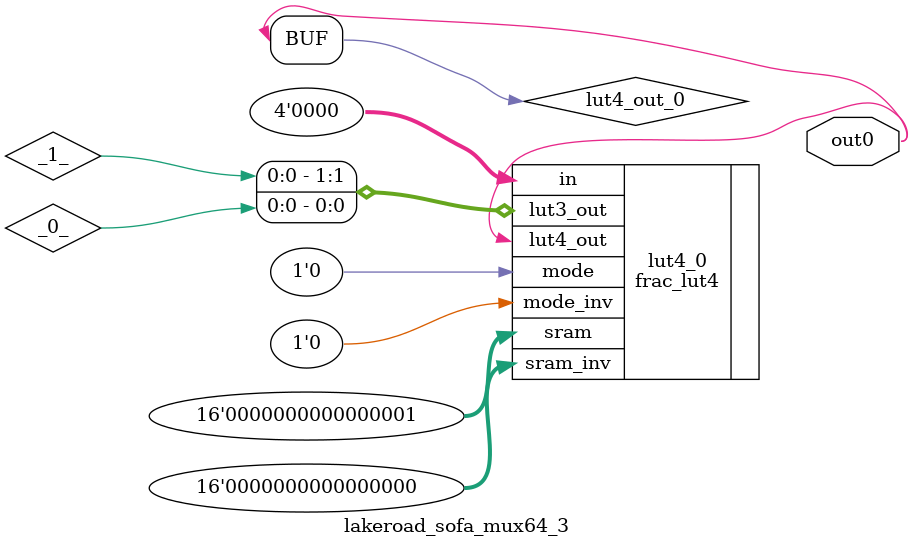
<source format=v>

/* Generated by Yosys 0.19 (git sha1 a45c131b37c, clang 13.1.6 -fPIC -Os) */

module lakeroad_sofa_mux64_3(out0);
  wire _0_;
  wire _1_;
  wire lut4_out_0;
  output out0;
  wire out0;
  frac_lut4 lut4_0 (
    .in(4'h0),
    .lut3_out({ _1_, _0_ }),
    .lut4_out(out0),
    .mode(1'h0),
    .mode_inv(1'h0),
    .sram(16'h0001),
    .sram_inv(16'h0000)
  );
  assign lut4_out_0 = out0;
endmodule


</source>
